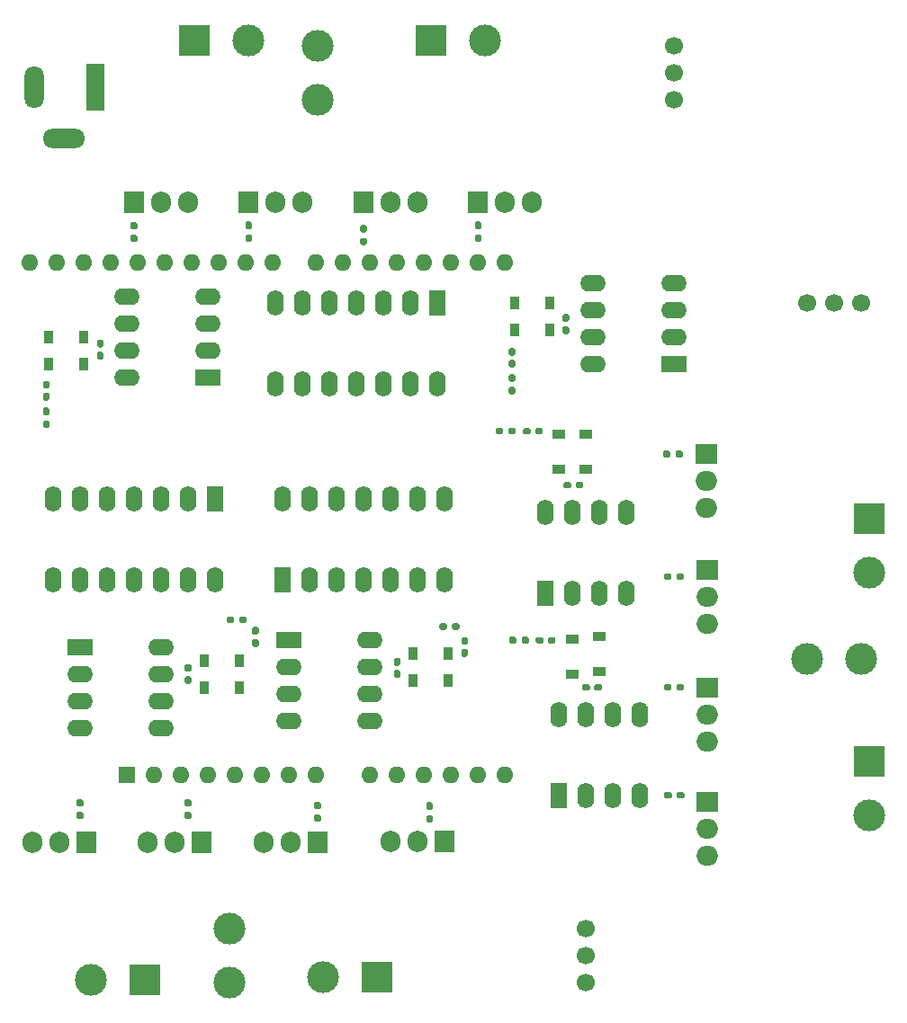
<source format=gts>
%TF.GenerationSoftware,KiCad,Pcbnew,(5.1.9)-1*%
%TF.CreationDate,2022-08-01T09:46:19-03:00*%
%TF.ProjectId,PonteH,506f6e74-6548-42e6-9b69-6361645f7063,rev?*%
%TF.SameCoordinates,Original*%
%TF.FileFunction,Soldermask,Top*%
%TF.FilePolarity,Negative*%
%FSLAX46Y46*%
G04 Gerber Fmt 4.6, Leading zero omitted, Abs format (unit mm)*
G04 Created by KiCad (PCBNEW (5.1.9)-1) date 2022-08-01 09:46:19*
%MOMM*%
%LPD*%
G01*
G04 APERTURE LIST*
%ADD10R,0.900000X1.200000*%
%ADD11R,1.200000X0.900000*%
%ADD12O,1.600000X1.600000*%
%ADD13R,1.600000X1.600000*%
%ADD14C,3.000000*%
%ADD15R,3.000000X3.000000*%
%ADD16R,1.800000X4.400000*%
%ADD17O,1.800000X4.000000*%
%ADD18O,4.000000X1.800000*%
%ADD19O,1.905000X2.000000*%
%ADD20R,1.905000X2.000000*%
%ADD21O,2.000000X1.905000*%
%ADD22R,2.000000X1.905000*%
%ADD23O,1.600000X2.400000*%
%ADD24R,1.600000X2.400000*%
%ADD25O,2.400000X1.600000*%
%ADD26R,2.400000X1.600000*%
%ADD27C,1.700000*%
G04 APERTURE END LIST*
%TO.C,R18*%
G36*
G01*
X63340000Y-82790000D02*
X63660000Y-82790000D01*
G75*
G02*
X63820000Y-82950000I0J-160000D01*
G01*
X63820000Y-83345000D01*
G75*
G02*
X63660000Y-83505000I-160000J0D01*
G01*
X63340000Y-83505000D01*
G75*
G02*
X63180000Y-83345000I0J160000D01*
G01*
X63180000Y-82950000D01*
G75*
G02*
X63340000Y-82790000I160000J0D01*
G01*
G37*
G36*
G01*
X63340000Y-81595000D02*
X63660000Y-81595000D01*
G75*
G02*
X63820000Y-81755000I0J-160000D01*
G01*
X63820000Y-82150000D01*
G75*
G02*
X63660000Y-82310000I-160000J0D01*
G01*
X63340000Y-82310000D01*
G75*
G02*
X63180000Y-82150000I0J160000D01*
G01*
X63180000Y-81755000D01*
G75*
G02*
X63340000Y-81595000I160000J0D01*
G01*
G37*
%TD*%
%TO.C,R6*%
G36*
G01*
X101195500Y-102075000D02*
X101195500Y-102395000D01*
G75*
G02*
X101035500Y-102555000I-160000J0D01*
G01*
X100640500Y-102555000D01*
G75*
G02*
X100480500Y-102395000I0J160000D01*
G01*
X100480500Y-102075000D01*
G75*
G02*
X100640500Y-101915000I160000J0D01*
G01*
X101035500Y-101915000D01*
G75*
G02*
X101195500Y-102075000I0J-160000D01*
G01*
G37*
G36*
G01*
X102390500Y-102075000D02*
X102390500Y-102395000D01*
G75*
G02*
X102230500Y-102555000I-160000J0D01*
G01*
X101835500Y-102555000D01*
G75*
G02*
X101675500Y-102395000I0J160000D01*
G01*
X101675500Y-102075000D01*
G75*
G02*
X101835500Y-101915000I160000J0D01*
G01*
X102230500Y-101915000D01*
G75*
G02*
X102390500Y-102075000I0J-160000D01*
G01*
G37*
%TD*%
%TO.C,R12*%
G36*
G01*
X106477500Y-83660000D02*
X106477500Y-83980000D01*
G75*
G02*
X106317500Y-84140000I-160000J0D01*
G01*
X105922500Y-84140000D01*
G75*
G02*
X105762500Y-83980000I0J160000D01*
G01*
X105762500Y-83660000D01*
G75*
G02*
X105922500Y-83500000I160000J0D01*
G01*
X106317500Y-83500000D01*
G75*
G02*
X106477500Y-83660000I0J-160000D01*
G01*
G37*
G36*
G01*
X107672500Y-83660000D02*
X107672500Y-83980000D01*
G75*
G02*
X107512500Y-84140000I-160000J0D01*
G01*
X107117500Y-84140000D01*
G75*
G02*
X106957500Y-83980000I0J160000D01*
G01*
X106957500Y-83660000D01*
G75*
G02*
X107117500Y-83500000I160000J0D01*
G01*
X107512500Y-83500000D01*
G75*
G02*
X107672500Y-83660000I0J-160000D01*
G01*
G37*
%TD*%
%TO.C,R13*%
G36*
G01*
X107155000Y-79652500D02*
X107475000Y-79652500D01*
G75*
G02*
X107635000Y-79812500I0J-160000D01*
G01*
X107635000Y-80207500D01*
G75*
G02*
X107475000Y-80367500I-160000J0D01*
G01*
X107155000Y-80367500D01*
G75*
G02*
X106995000Y-80207500I0J160000D01*
G01*
X106995000Y-79812500D01*
G75*
G02*
X107155000Y-79652500I160000J0D01*
G01*
G37*
G36*
G01*
X107155000Y-78457500D02*
X107475000Y-78457500D01*
G75*
G02*
X107635000Y-78617500I0J-160000D01*
G01*
X107635000Y-79012500D01*
G75*
G02*
X107475000Y-79172500I-160000J0D01*
G01*
X107155000Y-79172500D01*
G75*
G02*
X106995000Y-79012500I0J160000D01*
G01*
X106995000Y-78617500D01*
G75*
G02*
X107155000Y-78457500I160000J0D01*
G01*
G37*
%TD*%
%TO.C,R7*%
G36*
G01*
X107747500Y-103345000D02*
X107747500Y-103665000D01*
G75*
G02*
X107587500Y-103825000I-160000J0D01*
G01*
X107192500Y-103825000D01*
G75*
G02*
X107032500Y-103665000I0J160000D01*
G01*
X107032500Y-103345000D01*
G75*
G02*
X107192500Y-103185000I160000J0D01*
G01*
X107587500Y-103185000D01*
G75*
G02*
X107747500Y-103345000I0J-160000D01*
G01*
G37*
G36*
G01*
X108942500Y-103345000D02*
X108942500Y-103665000D01*
G75*
G02*
X108782500Y-103825000I-160000J0D01*
G01*
X108387500Y-103825000D01*
G75*
G02*
X108227500Y-103665000I0J160000D01*
G01*
X108227500Y-103345000D01*
G75*
G02*
X108387500Y-103185000I160000J0D01*
G01*
X108782500Y-103185000D01*
G75*
G02*
X108942500Y-103345000I0J-160000D01*
G01*
G37*
%TD*%
%TO.C,R1*%
G36*
G01*
X81167000Y-101440000D02*
X81167000Y-101760000D01*
G75*
G02*
X81007000Y-101920000I-160000J0D01*
G01*
X80612000Y-101920000D01*
G75*
G02*
X80452000Y-101760000I0J160000D01*
G01*
X80452000Y-101440000D01*
G75*
G02*
X80612000Y-101280000I160000J0D01*
G01*
X81007000Y-101280000D01*
G75*
G02*
X81167000Y-101440000I0J-160000D01*
G01*
G37*
G36*
G01*
X82362000Y-101440000D02*
X82362000Y-101760000D01*
G75*
G02*
X82202000Y-101920000I-160000J0D01*
G01*
X81807000Y-101920000D01*
G75*
G02*
X81647000Y-101760000I0J160000D01*
G01*
X81647000Y-101440000D01*
G75*
G02*
X81807000Y-101280000I160000J0D01*
G01*
X82202000Y-101280000D01*
G75*
G02*
X82362000Y-101440000I0J-160000D01*
G01*
G37*
%TD*%
%TO.C,R17*%
G36*
G01*
X82710000Y-64784000D02*
X82390000Y-64784000D01*
G75*
G02*
X82230000Y-64624000I0J160000D01*
G01*
X82230000Y-64229000D01*
G75*
G02*
X82390000Y-64069000I160000J0D01*
G01*
X82710000Y-64069000D01*
G75*
G02*
X82870000Y-64229000I0J-160000D01*
G01*
X82870000Y-64624000D01*
G75*
G02*
X82710000Y-64784000I-160000J0D01*
G01*
G37*
G36*
G01*
X82710000Y-65979000D02*
X82390000Y-65979000D01*
G75*
G02*
X82230000Y-65819000I0J160000D01*
G01*
X82230000Y-65424000D01*
G75*
G02*
X82390000Y-65264000I160000J0D01*
G01*
X82710000Y-65264000D01*
G75*
G02*
X82870000Y-65424000I0J-160000D01*
G01*
X82870000Y-65819000D01*
G75*
G02*
X82710000Y-65979000I-160000J0D01*
G01*
G37*
%TD*%
%TO.C,R16*%
G36*
G01*
X71915000Y-64821500D02*
X71595000Y-64821500D01*
G75*
G02*
X71435000Y-64661500I0J160000D01*
G01*
X71435000Y-64266500D01*
G75*
G02*
X71595000Y-64106500I160000J0D01*
G01*
X71915000Y-64106500D01*
G75*
G02*
X72075000Y-64266500I0J-160000D01*
G01*
X72075000Y-64661500D01*
G75*
G02*
X71915000Y-64821500I-160000J0D01*
G01*
G37*
G36*
G01*
X71915000Y-66016500D02*
X71595000Y-66016500D01*
G75*
G02*
X71435000Y-65856500I0J160000D01*
G01*
X71435000Y-65461500D01*
G75*
G02*
X71595000Y-65301500I160000J0D01*
G01*
X71915000Y-65301500D01*
G75*
G02*
X72075000Y-65461500I0J-160000D01*
G01*
X72075000Y-65856500D01*
G75*
G02*
X71915000Y-66016500I-160000J0D01*
G01*
G37*
%TD*%
%TO.C,R15*%
G36*
G01*
X103980000Y-65264000D02*
X104300000Y-65264000D01*
G75*
G02*
X104460000Y-65424000I0J-160000D01*
G01*
X104460000Y-65819000D01*
G75*
G02*
X104300000Y-65979000I-160000J0D01*
G01*
X103980000Y-65979000D01*
G75*
G02*
X103820000Y-65819000I0J160000D01*
G01*
X103820000Y-65424000D01*
G75*
G02*
X103980000Y-65264000I160000J0D01*
G01*
G37*
G36*
G01*
X103980000Y-64069000D02*
X104300000Y-64069000D01*
G75*
G02*
X104460000Y-64229000I0J-160000D01*
G01*
X104460000Y-64624000D01*
G75*
G02*
X104300000Y-64784000I-160000J0D01*
G01*
X103980000Y-64784000D01*
G75*
G02*
X103820000Y-64624000I0J160000D01*
G01*
X103820000Y-64229000D01*
G75*
G02*
X103980000Y-64069000I160000J0D01*
G01*
G37*
%TD*%
%TO.C,R14*%
G36*
G01*
X93185000Y-65607500D02*
X93505000Y-65607500D01*
G75*
G02*
X93665000Y-65767500I0J-160000D01*
G01*
X93665000Y-66162500D01*
G75*
G02*
X93505000Y-66322500I-160000J0D01*
G01*
X93185000Y-66322500D01*
G75*
G02*
X93025000Y-66162500I0J160000D01*
G01*
X93025000Y-65767500D01*
G75*
G02*
X93185000Y-65607500I160000J0D01*
G01*
G37*
G36*
G01*
X93185000Y-64412500D02*
X93505000Y-64412500D01*
G75*
G02*
X93665000Y-64572500I0J-160000D01*
G01*
X93665000Y-64967500D01*
G75*
G02*
X93505000Y-65127500I-160000J0D01*
G01*
X93185000Y-65127500D01*
G75*
G02*
X93025000Y-64967500I0J160000D01*
G01*
X93025000Y-64572500D01*
G75*
G02*
X93185000Y-64412500I160000J0D01*
G01*
G37*
%TD*%
%TO.C,R11*%
G36*
G01*
X122795000Y-97696000D02*
X122795000Y-97376000D01*
G75*
G02*
X122955000Y-97216000I160000J0D01*
G01*
X123350000Y-97216000D01*
G75*
G02*
X123510000Y-97376000I0J-160000D01*
G01*
X123510000Y-97696000D01*
G75*
G02*
X123350000Y-97856000I-160000J0D01*
G01*
X122955000Y-97856000D01*
G75*
G02*
X122795000Y-97696000I0J160000D01*
G01*
G37*
G36*
G01*
X121600000Y-97696000D02*
X121600000Y-97376000D01*
G75*
G02*
X121760000Y-97216000I160000J0D01*
G01*
X122155000Y-97216000D01*
G75*
G02*
X122315000Y-97376000I0J-160000D01*
G01*
X122315000Y-97696000D01*
G75*
G02*
X122155000Y-97856000I-160000J0D01*
G01*
X121760000Y-97856000D01*
G75*
G02*
X121600000Y-97696000I0J160000D01*
G01*
G37*
%TD*%
%TO.C,R10*%
G36*
G01*
X122705500Y-86139000D02*
X122705500Y-85819000D01*
G75*
G02*
X122865500Y-85659000I160000J0D01*
G01*
X123260500Y-85659000D01*
G75*
G02*
X123420500Y-85819000I0J-160000D01*
G01*
X123420500Y-86139000D01*
G75*
G02*
X123260500Y-86299000I-160000J0D01*
G01*
X122865500Y-86299000D01*
G75*
G02*
X122705500Y-86139000I0J160000D01*
G01*
G37*
G36*
G01*
X121510500Y-86139000D02*
X121510500Y-85819000D01*
G75*
G02*
X121670500Y-85659000I160000J0D01*
G01*
X122065500Y-85659000D01*
G75*
G02*
X122225500Y-85819000I0J-160000D01*
G01*
X122225500Y-86139000D01*
G75*
G02*
X122065500Y-86299000I-160000J0D01*
G01*
X121670500Y-86299000D01*
G75*
G02*
X121510500Y-86139000I0J160000D01*
G01*
G37*
%TD*%
%TO.C,R9*%
G36*
G01*
X122352500Y-117950000D02*
X122352500Y-118270000D01*
G75*
G02*
X122192500Y-118430000I-160000J0D01*
G01*
X121797500Y-118430000D01*
G75*
G02*
X121637500Y-118270000I0J160000D01*
G01*
X121637500Y-117950000D01*
G75*
G02*
X121797500Y-117790000I160000J0D01*
G01*
X122192500Y-117790000D01*
G75*
G02*
X122352500Y-117950000I0J-160000D01*
G01*
G37*
G36*
G01*
X123547500Y-117950000D02*
X123547500Y-118270000D01*
G75*
G02*
X123387500Y-118430000I-160000J0D01*
G01*
X122992500Y-118430000D01*
G75*
G02*
X122832500Y-118270000I0J160000D01*
G01*
X122832500Y-117950000D01*
G75*
G02*
X122992500Y-117790000I160000J0D01*
G01*
X123387500Y-117790000D01*
G75*
G02*
X123547500Y-117950000I0J-160000D01*
G01*
G37*
%TD*%
%TO.C,R8*%
G36*
G01*
X122315000Y-107790000D02*
X122315000Y-108110000D01*
G75*
G02*
X122155000Y-108270000I-160000J0D01*
G01*
X121760000Y-108270000D01*
G75*
G02*
X121600000Y-108110000I0J160000D01*
G01*
X121600000Y-107790000D01*
G75*
G02*
X121760000Y-107630000I160000J0D01*
G01*
X122155000Y-107630000D01*
G75*
G02*
X122315000Y-107790000I0J-160000D01*
G01*
G37*
G36*
G01*
X123510000Y-107790000D02*
X123510000Y-108110000D01*
G75*
G02*
X123350000Y-108270000I-160000J0D01*
G01*
X122955000Y-108270000D01*
G75*
G02*
X122795000Y-108110000I0J160000D01*
G01*
X122795000Y-107790000D01*
G75*
G02*
X122955000Y-107630000I160000J0D01*
G01*
X123350000Y-107630000D01*
G75*
G02*
X123510000Y-107790000I0J-160000D01*
G01*
G37*
%TD*%
%TO.C,R5*%
G36*
G01*
X88867000Y-119911500D02*
X89187000Y-119911500D01*
G75*
G02*
X89347000Y-120071500I0J-160000D01*
G01*
X89347000Y-120466500D01*
G75*
G02*
X89187000Y-120626500I-160000J0D01*
G01*
X88867000Y-120626500D01*
G75*
G02*
X88707000Y-120466500I0J160000D01*
G01*
X88707000Y-120071500D01*
G75*
G02*
X88867000Y-119911500I160000J0D01*
G01*
G37*
G36*
G01*
X88867000Y-118716500D02*
X89187000Y-118716500D01*
G75*
G02*
X89347000Y-118876500I0J-160000D01*
G01*
X89347000Y-119271500D01*
G75*
G02*
X89187000Y-119431500I-160000J0D01*
G01*
X88867000Y-119431500D01*
G75*
G02*
X88707000Y-119271500I0J160000D01*
G01*
X88707000Y-118876500D01*
G75*
G02*
X88867000Y-118716500I160000J0D01*
G01*
G37*
%TD*%
%TO.C,R4*%
G36*
G01*
X99408000Y-119963500D02*
X99728000Y-119963500D01*
G75*
G02*
X99888000Y-120123500I0J-160000D01*
G01*
X99888000Y-120518500D01*
G75*
G02*
X99728000Y-120678500I-160000J0D01*
G01*
X99408000Y-120678500D01*
G75*
G02*
X99248000Y-120518500I0J160000D01*
G01*
X99248000Y-120123500D01*
G75*
G02*
X99408000Y-119963500I160000J0D01*
G01*
G37*
G36*
G01*
X99408000Y-118768500D02*
X99728000Y-118768500D01*
G75*
G02*
X99888000Y-118928500I0J-160000D01*
G01*
X99888000Y-119323500D01*
G75*
G02*
X99728000Y-119483500I-160000J0D01*
G01*
X99408000Y-119483500D01*
G75*
G02*
X99248000Y-119323500I0J160000D01*
G01*
X99248000Y-118928500D01*
G75*
G02*
X99408000Y-118768500I160000J0D01*
G01*
G37*
%TD*%
%TO.C,R3*%
G36*
G01*
X66835000Y-119177500D02*
X66515000Y-119177500D01*
G75*
G02*
X66355000Y-119017500I0J160000D01*
G01*
X66355000Y-118622500D01*
G75*
G02*
X66515000Y-118462500I160000J0D01*
G01*
X66835000Y-118462500D01*
G75*
G02*
X66995000Y-118622500I0J-160000D01*
G01*
X66995000Y-119017500D01*
G75*
G02*
X66835000Y-119177500I-160000J0D01*
G01*
G37*
G36*
G01*
X66835000Y-120372500D02*
X66515000Y-120372500D01*
G75*
G02*
X66355000Y-120212500I0J160000D01*
G01*
X66355000Y-119817500D01*
G75*
G02*
X66515000Y-119657500I160000J0D01*
G01*
X66835000Y-119657500D01*
G75*
G02*
X66995000Y-119817500I0J-160000D01*
G01*
X66995000Y-120212500D01*
G75*
G02*
X66835000Y-120372500I-160000J0D01*
G01*
G37*
%TD*%
%TO.C,R2*%
G36*
G01*
X76995000Y-119177500D02*
X76675000Y-119177500D01*
G75*
G02*
X76515000Y-119017500I0J160000D01*
G01*
X76515000Y-118622500D01*
G75*
G02*
X76675000Y-118462500I160000J0D01*
G01*
X76995000Y-118462500D01*
G75*
G02*
X77155000Y-118622500I0J-160000D01*
G01*
X77155000Y-119017500D01*
G75*
G02*
X76995000Y-119177500I-160000J0D01*
G01*
G37*
G36*
G01*
X76995000Y-120372500D02*
X76675000Y-120372500D01*
G75*
G02*
X76515000Y-120212500I0J160000D01*
G01*
X76515000Y-119817500D01*
G75*
G02*
X76675000Y-119657500I160000J0D01*
G01*
X76995000Y-119657500D01*
G75*
G02*
X77155000Y-119817500I0J-160000D01*
G01*
X77155000Y-120212500D01*
G75*
G02*
X76995000Y-120372500I-160000J0D01*
G01*
G37*
%TD*%
D10*
%TO.C,D12*%
X63755000Y-77470000D03*
X67055000Y-77470000D03*
%TD*%
%TO.C,D11*%
X67055000Y-74930000D03*
X63755000Y-74930000D03*
%TD*%
%TO.C,D10*%
X110870000Y-71755000D03*
X107570000Y-71755000D03*
%TD*%
%TO.C,D9*%
X107570000Y-74295000D03*
X110870000Y-74295000D03*
%TD*%
D11*
%TO.C,D8*%
X111760000Y-84075000D03*
X111760000Y-87375000D03*
%TD*%
%TO.C,D7*%
X114300000Y-87375000D03*
X114300000Y-84075000D03*
%TD*%
%TO.C,D6*%
X115570000Y-106425000D03*
X115570000Y-103125000D03*
%TD*%
%TO.C,D5*%
X113030000Y-103380000D03*
X113030000Y-106680000D03*
%TD*%
D10*
%TO.C,D4*%
X101345000Y-104775000D03*
X98045000Y-104775000D03*
%TD*%
%TO.C,D3*%
X98045000Y-107315000D03*
X101345000Y-107315000D03*
%TD*%
%TO.C,D2*%
X78360000Y-107950000D03*
X81660000Y-107950000D03*
%TD*%
%TO.C,D1*%
X81660000Y-105410000D03*
X78360000Y-105410000D03*
%TD*%
%TO.C,C12*%
G36*
G01*
X63345000Y-80210000D02*
X63655000Y-80210000D01*
G75*
G02*
X63810000Y-80365000I0J-155000D01*
G01*
X63810000Y-80790000D01*
G75*
G02*
X63655000Y-80945000I-155000J0D01*
G01*
X63345000Y-80945000D01*
G75*
G02*
X63190000Y-80790000I0J155000D01*
G01*
X63190000Y-80365000D01*
G75*
G02*
X63345000Y-80210000I155000J0D01*
G01*
G37*
G36*
G01*
X63345000Y-79075000D02*
X63655000Y-79075000D01*
G75*
G02*
X63810000Y-79230000I0J-155000D01*
G01*
X63810000Y-79655000D01*
G75*
G02*
X63655000Y-79810000I-155000J0D01*
G01*
X63345000Y-79810000D01*
G75*
G02*
X63190000Y-79655000I0J155000D01*
G01*
X63190000Y-79230000D01*
G75*
G02*
X63345000Y-79075000I155000J0D01*
G01*
G37*
%TD*%
%TO.C,C11*%
G36*
G01*
X68425000Y-76332500D02*
X68735000Y-76332500D01*
G75*
G02*
X68890000Y-76487500I0J-155000D01*
G01*
X68890000Y-76912500D01*
G75*
G02*
X68735000Y-77067500I-155000J0D01*
G01*
X68425000Y-77067500D01*
G75*
G02*
X68270000Y-76912500I0J155000D01*
G01*
X68270000Y-76487500D01*
G75*
G02*
X68425000Y-76332500I155000J0D01*
G01*
G37*
G36*
G01*
X68425000Y-75197500D02*
X68735000Y-75197500D01*
G75*
G02*
X68890000Y-75352500I0J-155000D01*
G01*
X68890000Y-75777500D01*
G75*
G02*
X68735000Y-75932500I-155000J0D01*
G01*
X68425000Y-75932500D01*
G75*
G02*
X68270000Y-75777500I0J155000D01*
G01*
X68270000Y-75352500D01*
G75*
G02*
X68425000Y-75197500I155000J0D01*
G01*
G37*
%TD*%
%TO.C,C10*%
G36*
G01*
X112240000Y-73927500D02*
X112550000Y-73927500D01*
G75*
G02*
X112705000Y-74082500I0J-155000D01*
G01*
X112705000Y-74507500D01*
G75*
G02*
X112550000Y-74662500I-155000J0D01*
G01*
X112240000Y-74662500D01*
G75*
G02*
X112085000Y-74507500I0J155000D01*
G01*
X112085000Y-74082500D01*
G75*
G02*
X112240000Y-73927500I155000J0D01*
G01*
G37*
G36*
G01*
X112240000Y-72792500D02*
X112550000Y-72792500D01*
G75*
G02*
X112705000Y-72947500I0J-155000D01*
G01*
X112705000Y-73372500D01*
G75*
G02*
X112550000Y-73527500I-155000J0D01*
G01*
X112240000Y-73527500D01*
G75*
G02*
X112085000Y-73372500I0J155000D01*
G01*
X112085000Y-72947500D01*
G75*
G02*
X112240000Y-72792500I155000J0D01*
G01*
G37*
%TD*%
%TO.C,C9*%
G36*
G01*
X107160000Y-77102500D02*
X107470000Y-77102500D01*
G75*
G02*
X107625000Y-77257500I0J-155000D01*
G01*
X107625000Y-77682500D01*
G75*
G02*
X107470000Y-77837500I-155000J0D01*
G01*
X107160000Y-77837500D01*
G75*
G02*
X107005000Y-77682500I0J155000D01*
G01*
X107005000Y-77257500D01*
G75*
G02*
X107160000Y-77102500I155000J0D01*
G01*
G37*
G36*
G01*
X107160000Y-75967500D02*
X107470000Y-75967500D01*
G75*
G02*
X107625000Y-76122500I0J-155000D01*
G01*
X107625000Y-76547500D01*
G75*
G02*
X107470000Y-76702500I-155000J0D01*
G01*
X107160000Y-76702500D01*
G75*
G02*
X107005000Y-76547500I0J155000D01*
G01*
X107005000Y-76122500D01*
G75*
G02*
X107160000Y-75967500I155000J0D01*
G01*
G37*
%TD*%
%TO.C,C8*%
G36*
G01*
X109087500Y-83665000D02*
X109087500Y-83975000D01*
G75*
G02*
X108932500Y-84130000I-155000J0D01*
G01*
X108507500Y-84130000D01*
G75*
G02*
X108352500Y-83975000I0J155000D01*
G01*
X108352500Y-83665000D01*
G75*
G02*
X108507500Y-83510000I155000J0D01*
G01*
X108932500Y-83510000D01*
G75*
G02*
X109087500Y-83665000I0J-155000D01*
G01*
G37*
G36*
G01*
X110222500Y-83665000D02*
X110222500Y-83975000D01*
G75*
G02*
X110067500Y-84130000I-155000J0D01*
G01*
X109642500Y-84130000D01*
G75*
G02*
X109487500Y-83975000I0J155000D01*
G01*
X109487500Y-83665000D01*
G75*
G02*
X109642500Y-83510000I155000J0D01*
G01*
X110067500Y-83510000D01*
G75*
G02*
X110222500Y-83665000I0J-155000D01*
G01*
G37*
%TD*%
%TO.C,C7*%
G36*
G01*
X112897500Y-88745000D02*
X112897500Y-89055000D01*
G75*
G02*
X112742500Y-89210000I-155000J0D01*
G01*
X112317500Y-89210000D01*
G75*
G02*
X112162500Y-89055000I0J155000D01*
G01*
X112162500Y-88745000D01*
G75*
G02*
X112317500Y-88590000I155000J0D01*
G01*
X112742500Y-88590000D01*
G75*
G02*
X112897500Y-88745000I0J-155000D01*
G01*
G37*
G36*
G01*
X114032500Y-88745000D02*
X114032500Y-89055000D01*
G75*
G02*
X113877500Y-89210000I-155000J0D01*
G01*
X113452500Y-89210000D01*
G75*
G02*
X113297500Y-89055000I0J155000D01*
G01*
X113297500Y-88745000D01*
G75*
G02*
X113452500Y-88590000I155000J0D01*
G01*
X113877500Y-88590000D01*
G75*
G02*
X114032500Y-88745000I0J-155000D01*
G01*
G37*
%TD*%
%TO.C,C6*%
G36*
G01*
X114667500Y-107795000D02*
X114667500Y-108105000D01*
G75*
G02*
X114512500Y-108260000I-155000J0D01*
G01*
X114087500Y-108260000D01*
G75*
G02*
X113932500Y-108105000I0J155000D01*
G01*
X113932500Y-107795000D01*
G75*
G02*
X114087500Y-107640000I155000J0D01*
G01*
X114512500Y-107640000D01*
G75*
G02*
X114667500Y-107795000I0J-155000D01*
G01*
G37*
G36*
G01*
X115802500Y-107795000D02*
X115802500Y-108105000D01*
G75*
G02*
X115647500Y-108260000I-155000J0D01*
G01*
X115222500Y-108260000D01*
G75*
G02*
X115067500Y-108105000I0J155000D01*
G01*
X115067500Y-107795000D01*
G75*
G02*
X115222500Y-107640000I155000J0D01*
G01*
X115647500Y-107640000D01*
G75*
G02*
X115802500Y-107795000I0J-155000D01*
G01*
G37*
%TD*%
%TO.C,C5*%
G36*
G01*
X110290000Y-103350000D02*
X110290000Y-103660000D01*
G75*
G02*
X110135000Y-103815000I-155000J0D01*
G01*
X109710000Y-103815000D01*
G75*
G02*
X109555000Y-103660000I0J155000D01*
G01*
X109555000Y-103350000D01*
G75*
G02*
X109710000Y-103195000I155000J0D01*
G01*
X110135000Y-103195000D01*
G75*
G02*
X110290000Y-103350000I0J-155000D01*
G01*
G37*
G36*
G01*
X111425000Y-103350000D02*
X111425000Y-103660000D01*
G75*
G02*
X111270000Y-103815000I-155000J0D01*
G01*
X110845000Y-103815000D01*
G75*
G02*
X110690000Y-103660000I0J155000D01*
G01*
X110690000Y-103350000D01*
G75*
G02*
X110845000Y-103195000I155000J0D01*
G01*
X111270000Y-103195000D01*
G75*
G02*
X111425000Y-103350000I0J-155000D01*
G01*
G37*
%TD*%
%TO.C,C4*%
G36*
G01*
X103025000Y-103940000D02*
X102715000Y-103940000D01*
G75*
G02*
X102560000Y-103785000I0J155000D01*
G01*
X102560000Y-103360000D01*
G75*
G02*
X102715000Y-103205000I155000J0D01*
G01*
X103025000Y-103205000D01*
G75*
G02*
X103180000Y-103360000I0J-155000D01*
G01*
X103180000Y-103785000D01*
G75*
G02*
X103025000Y-103940000I-155000J0D01*
G01*
G37*
G36*
G01*
X103025000Y-105075000D02*
X102715000Y-105075000D01*
G75*
G02*
X102560000Y-104920000I0J155000D01*
G01*
X102560000Y-104495000D01*
G75*
G02*
X102715000Y-104340000I155000J0D01*
G01*
X103025000Y-104340000D01*
G75*
G02*
X103180000Y-104495000I0J-155000D01*
G01*
X103180000Y-104920000D01*
G75*
G02*
X103025000Y-105075000I-155000J0D01*
G01*
G37*
%TD*%
%TO.C,C3*%
G36*
G01*
X96675000Y-105912500D02*
X96365000Y-105912500D01*
G75*
G02*
X96210000Y-105757500I0J155000D01*
G01*
X96210000Y-105332500D01*
G75*
G02*
X96365000Y-105177500I155000J0D01*
G01*
X96675000Y-105177500D01*
G75*
G02*
X96830000Y-105332500I0J-155000D01*
G01*
X96830000Y-105757500D01*
G75*
G02*
X96675000Y-105912500I-155000J0D01*
G01*
G37*
G36*
G01*
X96675000Y-107047500D02*
X96365000Y-107047500D01*
G75*
G02*
X96210000Y-106892500I0J155000D01*
G01*
X96210000Y-106467500D01*
G75*
G02*
X96365000Y-106312500I155000J0D01*
G01*
X96675000Y-106312500D01*
G75*
G02*
X96830000Y-106467500I0J-155000D01*
G01*
X96830000Y-106892500D01*
G75*
G02*
X96675000Y-107047500I-155000J0D01*
G01*
G37*
%TD*%
%TO.C,C2*%
G36*
G01*
X76990000Y-106480000D02*
X76680000Y-106480000D01*
G75*
G02*
X76525000Y-106325000I0J155000D01*
G01*
X76525000Y-105900000D01*
G75*
G02*
X76680000Y-105745000I155000J0D01*
G01*
X76990000Y-105745000D01*
G75*
G02*
X77145000Y-105900000I0J-155000D01*
G01*
X77145000Y-106325000D01*
G75*
G02*
X76990000Y-106480000I-155000J0D01*
G01*
G37*
G36*
G01*
X76990000Y-107615000D02*
X76680000Y-107615000D01*
G75*
G02*
X76525000Y-107460000I0J155000D01*
G01*
X76525000Y-107035000D01*
G75*
G02*
X76680000Y-106880000I155000J0D01*
G01*
X76990000Y-106880000D01*
G75*
G02*
X77145000Y-107035000I0J-155000D01*
G01*
X77145000Y-107460000D01*
G75*
G02*
X76990000Y-107615000I-155000J0D01*
G01*
G37*
%TD*%
%TO.C,C1*%
G36*
G01*
X83340000Y-102991500D02*
X83030000Y-102991500D01*
G75*
G02*
X82875000Y-102836500I0J155000D01*
G01*
X82875000Y-102411500D01*
G75*
G02*
X83030000Y-102256500I155000J0D01*
G01*
X83340000Y-102256500D01*
G75*
G02*
X83495000Y-102411500I0J-155000D01*
G01*
X83495000Y-102836500D01*
G75*
G02*
X83340000Y-102991500I-155000J0D01*
G01*
G37*
G36*
G01*
X83340000Y-104126500D02*
X83030000Y-104126500D01*
G75*
G02*
X82875000Y-103971500I0J155000D01*
G01*
X82875000Y-103546500D01*
G75*
G02*
X83030000Y-103391500I155000J0D01*
G01*
X83340000Y-103391500D01*
G75*
G02*
X83495000Y-103546500I0J-155000D01*
G01*
X83495000Y-103971500D01*
G75*
G02*
X83340000Y-104126500I-155000J0D01*
G01*
G37*
%TD*%
D12*
%TO.C,A1*%
X104140000Y-67945000D03*
X106680000Y-67945000D03*
X67060000Y-67945000D03*
X106680000Y-116205000D03*
X69600000Y-67945000D03*
X104140000Y-116205000D03*
X72140000Y-67945000D03*
X101600000Y-116205000D03*
X74680000Y-67945000D03*
X99060000Y-116205000D03*
X77220000Y-67945000D03*
X96520000Y-116205000D03*
X79760000Y-67945000D03*
X93980000Y-116205000D03*
X82300000Y-67945000D03*
X88900000Y-116205000D03*
X84840000Y-67945000D03*
X86360000Y-116205000D03*
X88900000Y-67945000D03*
X83820000Y-116205000D03*
X91440000Y-67945000D03*
X81280000Y-116205000D03*
X93980000Y-67945000D03*
X78740000Y-116205000D03*
X96520000Y-67945000D03*
X76200000Y-116205000D03*
X99060000Y-67945000D03*
X73660000Y-116205000D03*
X101600000Y-67945000D03*
D13*
X71120000Y-116205000D03*
D12*
X64520000Y-67945000D03*
X61980000Y-67945000D03*
%TD*%
D14*
%TO.C,J1*%
X67716400Y-135509000D03*
D15*
X72796400Y-135509000D03*
%TD*%
D14*
%TO.C,J2*%
X89535000Y-135255000D03*
D15*
X94615000Y-135255000D03*
%TD*%
D14*
%TO.C,J3*%
X140970000Y-120015000D03*
D15*
X140970000Y-114935000D03*
%TD*%
D14*
%TO.C,J4*%
X140970000Y-97155000D03*
D15*
X140970000Y-92075000D03*
%TD*%
D14*
%TO.C,J5*%
X104775000Y-46990000D03*
D15*
X99695000Y-46990000D03*
%TD*%
D14*
%TO.C,J6*%
X82550000Y-46990000D03*
D15*
X77470000Y-46990000D03*
%TD*%
D16*
%TO.C,J7*%
X68148200Y-51435000D03*
D17*
X62348200Y-51435000D03*
D18*
X65148200Y-56235000D03*
%TD*%
D19*
%TO.C,Q1*%
X73025000Y-122555000D03*
X75565000Y-122555000D03*
D20*
X78105000Y-122555000D03*
%TD*%
D19*
%TO.C,Q2*%
X62230000Y-122555000D03*
X64770000Y-122555000D03*
D20*
X67310000Y-122555000D03*
%TD*%
D19*
%TO.C,Q3*%
X95885000Y-122428000D03*
X98425000Y-122428000D03*
D20*
X100965000Y-122428000D03*
%TD*%
D19*
%TO.C,Q4*%
X83947000Y-122555000D03*
X86487000Y-122555000D03*
D20*
X89027000Y-122555000D03*
%TD*%
D21*
%TO.C,Q5*%
X125730000Y-113030000D03*
X125730000Y-110490000D03*
D22*
X125730000Y-107950000D03*
%TD*%
D21*
%TO.C,Q6*%
X125730000Y-123825000D03*
X125730000Y-121285000D03*
D22*
X125730000Y-118745000D03*
%TD*%
D21*
%TO.C,Q7*%
X125603000Y-91059000D03*
X125603000Y-88519000D03*
D22*
X125603000Y-85979000D03*
%TD*%
D21*
%TO.C,Q8*%
X125730000Y-101981000D03*
X125730000Y-99441000D03*
D22*
X125730000Y-96901000D03*
%TD*%
D19*
%TO.C,Q9*%
X98425000Y-62230000D03*
X95885000Y-62230000D03*
D20*
X93345000Y-62230000D03*
%TD*%
D19*
%TO.C,Q10*%
X109220000Y-62230000D03*
X106680000Y-62230000D03*
D20*
X104140000Y-62230000D03*
%TD*%
D19*
%TO.C,Q11*%
X76835000Y-62230000D03*
X74295000Y-62230000D03*
D20*
X71755000Y-62230000D03*
%TD*%
D19*
%TO.C,Q12*%
X87630000Y-62230000D03*
X85090000Y-62230000D03*
D20*
X82550000Y-62230000D03*
%TD*%
D23*
%TO.C,U1*%
X100330000Y-79375000D03*
X85090000Y-71755000D03*
X97790000Y-79375000D03*
X87630000Y-71755000D03*
X95250000Y-79375000D03*
X90170000Y-71755000D03*
X92710000Y-79375000D03*
X92710000Y-71755000D03*
X90170000Y-79375000D03*
X95250000Y-71755000D03*
X87630000Y-79375000D03*
X97790000Y-71755000D03*
X85090000Y-79375000D03*
D24*
X100330000Y-71755000D03*
%TD*%
D25*
%TO.C,U2*%
X74295000Y-104140000D03*
X66675000Y-111760000D03*
X74295000Y-106680000D03*
X66675000Y-109220000D03*
X74295000Y-109220000D03*
X66675000Y-106680000D03*
X74295000Y-111760000D03*
D26*
X66675000Y-104140000D03*
%TD*%
D27*
%TO.C,U3*%
X114300000Y-130683000D03*
X114300000Y-133223000D03*
X114300000Y-135763000D03*
D14*
X80772000Y-130683000D03*
X80772000Y-135763000D03*
%TD*%
D25*
%TO.C,U4*%
X93980000Y-103505000D03*
X86360000Y-111125000D03*
X93980000Y-106045000D03*
X86360000Y-108585000D03*
X93980000Y-108585000D03*
X86360000Y-106045000D03*
X93980000Y-111125000D03*
D26*
X86360000Y-103505000D03*
%TD*%
D23*
%TO.C,U5*%
X111760000Y-110490000D03*
X119380000Y-118110000D03*
X114300000Y-110490000D03*
X116840000Y-118110000D03*
X116840000Y-110490000D03*
X114300000Y-118110000D03*
X119380000Y-110490000D03*
D24*
X111760000Y-118110000D03*
%TD*%
D27*
%TO.C,U6*%
X135128000Y-71755000D03*
X137668000Y-71755000D03*
X140208000Y-71755000D03*
D14*
X135128000Y-105283000D03*
X140208000Y-105283000D03*
%TD*%
D23*
%TO.C,U7*%
X110490000Y-91440000D03*
X118110000Y-99060000D03*
X113030000Y-91440000D03*
X115570000Y-99060000D03*
X115570000Y-91440000D03*
X113030000Y-99060000D03*
X118110000Y-91440000D03*
D24*
X110490000Y-99060000D03*
%TD*%
D25*
%TO.C,U8*%
X114935000Y-77470000D03*
X122555000Y-69850000D03*
X114935000Y-74930000D03*
X122555000Y-72390000D03*
X114935000Y-72390000D03*
X122555000Y-74930000D03*
X114935000Y-69850000D03*
D26*
X122555000Y-77470000D03*
%TD*%
D27*
%TO.C,U9*%
X122555000Y-47498000D03*
X122555000Y-50038000D03*
X122555000Y-52578000D03*
D14*
X89027000Y-47498000D03*
X89027000Y-52578000D03*
%TD*%
D25*
%TO.C,U10*%
X71120000Y-78740000D03*
X78740000Y-71120000D03*
X71120000Y-76200000D03*
X78740000Y-73660000D03*
X71120000Y-73660000D03*
X78740000Y-76200000D03*
X71120000Y-71120000D03*
D26*
X78740000Y-78740000D03*
%TD*%
D23*
%TO.C,U11*%
X79375000Y-97790000D03*
X64135000Y-90170000D03*
X76835000Y-97790000D03*
X66675000Y-90170000D03*
X74295000Y-97790000D03*
X69215000Y-90170000D03*
X71755000Y-97790000D03*
X71755000Y-90170000D03*
X69215000Y-97790000D03*
X74295000Y-90170000D03*
X66675000Y-97790000D03*
X76835000Y-90170000D03*
X64135000Y-97790000D03*
D24*
X79375000Y-90170000D03*
%TD*%
D23*
%TO.C,U12*%
X85725000Y-90170000D03*
X100965000Y-97790000D03*
X88265000Y-90170000D03*
X98425000Y-97790000D03*
X90805000Y-90170000D03*
X95885000Y-97790000D03*
X93345000Y-90170000D03*
X93345000Y-97790000D03*
X95885000Y-90170000D03*
X90805000Y-97790000D03*
X98425000Y-90170000D03*
X88265000Y-97790000D03*
X100965000Y-90170000D03*
D24*
X85725000Y-97790000D03*
%TD*%
M02*

</source>
